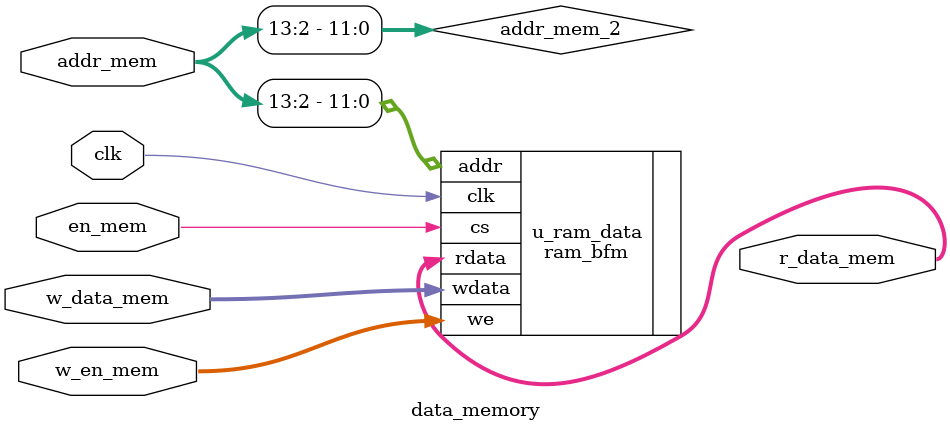
<source format=v>
`include "define.v"
module data_memory #(
    parameter RAM_SPACE = 4096
)(
    input  wire         clk,
    //input  wire         rstn,
    input  wire[31:0]   addr_mem,
    input  wire[31:0]   w_data_mem,
//    input  wire[ 3:0]   r_en_mem,
    input  wire[ 3:0]   w_en_mem,
    input  wire         en_mem,
    output wire[31:0]   r_data_mem
);
localparam ADDR_WIDTH = $clog2(RAM_SPACE);
wire [ADDR_WIDTH -1 : 0] addr_mem_2;

assign addr_mem_2 = addr_mem[ADDR_WIDTH +2-1 : 2];//Word-alignment, and width depends on `RAM_SPACE


`ifdef FPGA_MODE

DATA_RAM u_ram_data (
  .clka         (clk          ),    // input wire clka
  .ena          (en_mem       ),      // input wire ena
  .wea          (w_en_mem     ),      // input wire [3 : 0] wea
  .addra        (addr_mem_2   ),  // input wire [11 : 0] addra
  .dina         (w_data_mem   ),    // input wire [31 : 0] dina
  .douta        (r_data_mem   )  // output wire [31 : 0] douta
);

`elsif  MC_MACRO

SRAM_4096_32 u_ram_data(
    .QA       ( r_data_mem      ),     //port-A data output
    .CLKA     ( clk             ),     //port-A clock
    .CENA     ( en_mem          ),     //port-A chip enable
    .WENA     ( w_en_mem        ),     //port-A write enable
    .AA       ( addr_mem_2      ),     //port-A address
    .DA       ( w_data_mem      ),     //port-A data input

    .QB       (                 ),     //port-B data output
    .CLKB     ( 1'b0            ),     //port-B clock
    .CENB     ( 1'b0            ),     //port-B chip enable
    .WENB     ( 4'd0            ),     //port-B write enable
    .AB       ( 12'd0           ),     //port-B address
    .DB       (                 ),     //port-B data input
    
    .EMAA     (     ),     
    .EMAB     (     )
);

`else //REG_ARRAY
ram_bfm #(
        .DATA_WHITH     ( 32            ),
        .DATA_SIZE      ( 8             ),
        .ADDR_WHITH     ( ADDR_WIDTH    ),
        .RAM_DEPTH      ( RAM_SPACE     )
    )
    u_ram_data(
    //system signals
    .clk                        ( clk               ),
    //RAM Control signals
    .cs                         ( en_mem            ),
    .we                         ( w_en_mem          ),
    .addr                       ( addr_mem_2        ),
    .wdata                      ( w_data_mem        ),
    .rdata                      ( r_data_mem        )
);
`endif
endmodule
</source>
